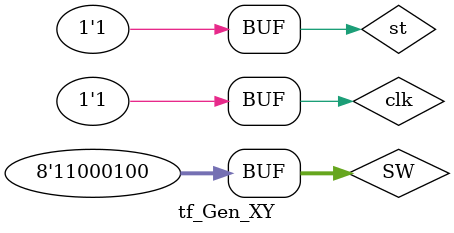
<source format=v>
`timescale 1ns / 1ps

module tf_Gen_XY;

	// Inputs
	reg st;
	reg clk;
	reg [7:0] SW;

	// Outputs
	wire [11:0] Q;
	wire UP;
	wire [11:0] X;
	wire [11:0] Y;

	// Instantiate the Unit Under Test (UUT)
	Gen_XY uut (
		.Q(Q), 
		.st(st), 
		.UP(UP), 
		.clk(clk), 
		.X(X), 
		.SW(SW), 
		.Y(Y)
	);


parameter Tclk = 20;
always begin clk=0 ; #(Tclk/2) clk=1; #(Tclk/2) ; end
parameter  Tst = 2900;
//Tst >= 2.89us = 2890ns
always begin st = 0; #(Tst - 20); st = 1; #20; end


	initial begin
		// Initialize Inputs
		st = 0;
		clk = 0;
		SW = 0;

		// Wait 100 ns for global reset to finish
		#100;
		//#5222790;
		SW = 8'b11000000;
		#100;
		SW = 8'b11000001;
		#100;
		SW = 8'b11000010;
		#100;
		SW = 8'b11000011;
		#100;
		SW = 8'b11000100;
		#100;
        
		// Add stimulus here

	end
      
endmodule


</source>
